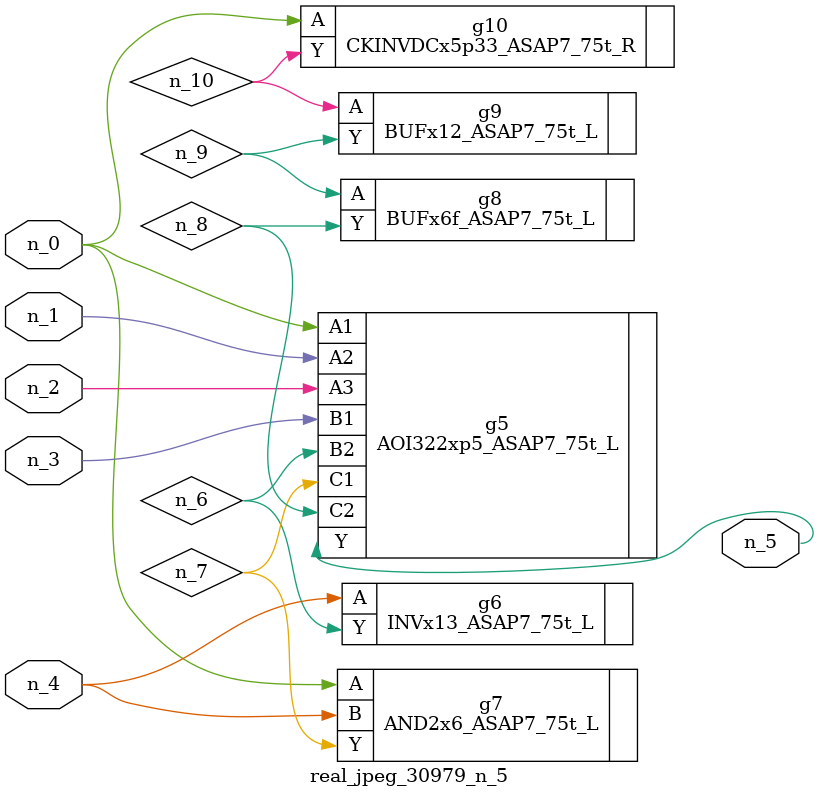
<source format=v>
module real_jpeg_30979_n_5 (n_4, n_0, n_1, n_2, n_3, n_5);

input n_4;
input n_0;
input n_1;
input n_2;
input n_3;

output n_5;

wire n_8;
wire n_6;
wire n_7;
wire n_10;
wire n_9;

AOI322xp5_ASAP7_75t_L g5 ( 
.A1(n_0),
.A2(n_1),
.A3(n_2),
.B1(n_3),
.B2(n_6),
.C1(n_7),
.C2(n_8),
.Y(n_5)
);

AND2x6_ASAP7_75t_L g7 ( 
.A(n_0),
.B(n_4),
.Y(n_7)
);

CKINVDCx5p33_ASAP7_75t_R g10 ( 
.A(n_0),
.Y(n_10)
);

INVx13_ASAP7_75t_L g6 ( 
.A(n_4),
.Y(n_6)
);

BUFx6f_ASAP7_75t_L g8 ( 
.A(n_9),
.Y(n_8)
);

BUFx12_ASAP7_75t_L g9 ( 
.A(n_10),
.Y(n_9)
);


endmodule
</source>
